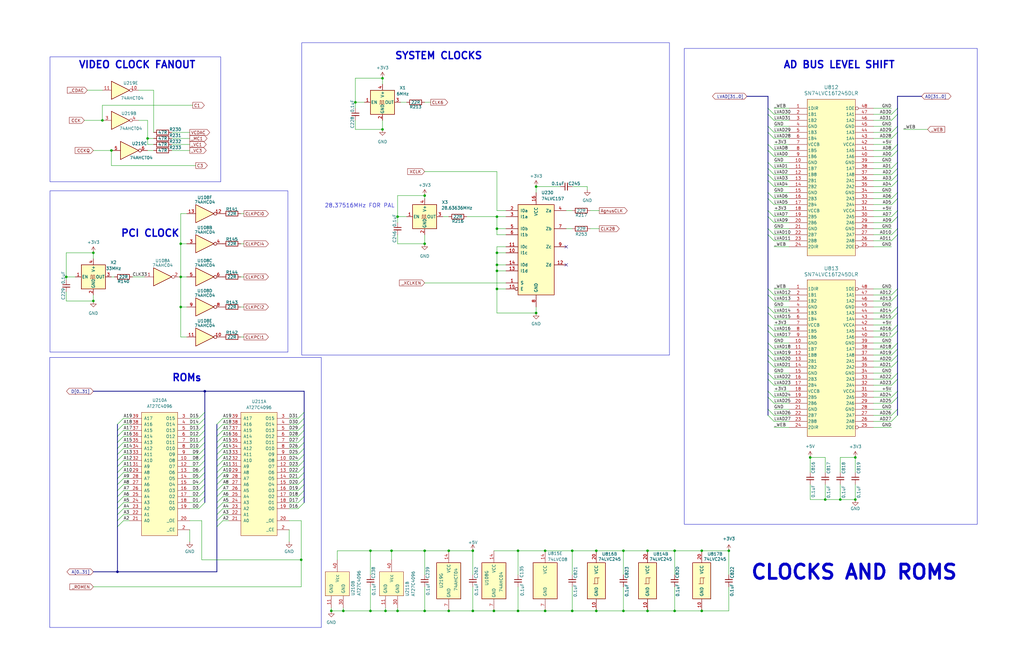
<source format=kicad_sch>
(kicad_sch (version 20231120) (generator "eeschema") (generator_version "8.0")
  (paper "B")
  (title_block (title "AMIGA PCI") (date "2024-10-23") (rev "4.0"))
  (junction (at 241.3 257.81))
  (junction (at 262.89 232.41))
  (junction (at 209.55 121.92))
  (junction (at 179.07 232.41))
  (junction (at 354.33 210.82))
  (junction (at 144.78 257.81))
  (junction (at 241.3 232.41))
  (junction (at 46.99 63.5))
  (junction (at 156.21 257.81))
  (junction (at 360.68 193.04))
  (junction (at 127 236.22))
  (junction (at 49.53 241.3))
  (junction (at 341.63 193.04))
  (junction (at 209.55 96.52))
  (junction (at 218.44 257.81))
  (junction (at 39.37 127))
  (junction (at 189.23 232.41))
  (junction (at 149.86 43.18))
  (junction (at 208.28 257.81))
  (junction (at 209.55 114.3))
  (junction (at 295.91 232.41))
  (junction (at 262.89 257.81))
  (junction (at 251.46 257.81))
  (junction (at 76.2 116.84))
  (junction (at 273.05 257.81))
  (junction (at 209.55 106.68))
  (junction (at 229.87 257.81))
  (junction (at 179.07 102.87))
  (junction (at 295.91 257.81))
  (junction (at 251.46 232.41))
  (junction (at 27.94 116.84))
  (junction (at 39.37 106.68))
  (junction (at 167.64 91.44))
  (junction (at 226.06 78.74))
  (junction (at 360.68 210.82))
  (junction (at 199.39 257.81))
  (junction (at 139.7 257.81))
  (junction (at 161.29 54.61))
  (junction (at 307.34 232.41))
  (junction (at 76.2 102.87))
  (junction (at 162.56 257.81))
  (junction (at 43.18 50.8))
  (junction (at 179.07 257.81))
  (junction (at 284.48 257.81))
  (junction (at 156.21 232.41))
  (junction (at 229.87 232.41))
  (junction (at 226.06 132.08))
  (junction (at 209.55 111.76))
  (junction (at 86.36 165.1))
  (junction (at 218.44 232.41))
  (junction (at 347.98 210.82))
  (junction (at 179.07 82.55))
  (junction (at 165.1 232.41))
  (junction (at 76.2 129.54))
  (junction (at 167.64 257.81))
  (junction (at 199.39 232.41))
  (junction (at 62.23 58.42))
  (junction (at 273.05 232.41))
  (junction (at 161.29 33.02))
  (junction (at 284.48 232.41))
  (junction (at 189.23 257.81))
  (junction (at 209.55 91.44))
  (no_connect (at 238.76 104.14))
  (no_connect (at 238.76 111.76))
  (bus_entry (at 83.82 194.31) (size 2.54 -2.54))
  (bus_entry (at 93.98 214.63) (size -2.54 2.54))
  (bus_entry (at 375.92 48.26) (size 2.54 -2.54))
  (bus_entry (at 326.39 167.64) (size -2.54 -2.54))
  (bus_entry (at 125.73 209.55) (size 2.54 -2.54))
  (bus_entry (at 375.92 139.7) (size 2.54 -2.54))
  (bus_entry (at 93.98 194.31) (size -2.54 2.54))
  (bus_entry (at 83.82 196.85) (size 2.54 -2.54))
  (bus_entry (at 83.82 204.47) (size 2.54 -2.54))
  (bus_entry (at 52.07 207.01) (size -2.54 2.54))
  (bus_entry (at 93.98 207.01) (size -2.54 2.54))
  (bus_entry (at 326.39 124.46) (size -2.54 -2.54))
  (bus_entry (at 52.07 204.47) (size -2.54 2.54))
  (bus_entry (at 326.39 101.6) (size -2.54 -2.54))
  (bus_entry (at 52.07 214.63) (size -2.54 2.54))
  (bus_entry (at 326.39 63.5) (size -2.54 -2.54))
  (bus_entry (at 83.82 181.61) (size 2.54 -2.54))
  (bus_entry (at 93.98 196.85) (size -2.54 2.54))
  (bus_entry (at 375.92 154.94) (size 2.54 -2.54))
  (bus_entry (at 125.73 204.47) (size 2.54 -2.54))
  (bus_entry (at 52.07 184.15) (size -2.54 2.54))
  (bus_entry (at 93.98 186.69) (size -2.54 2.54))
  (bus_entry (at 375.92 66.04) (size 2.54 -2.54))
  (bus_entry (at 375.92 86.36) (size 2.54 -2.54))
  (bus_entry (at 83.82 186.69) (size 2.54 -2.54))
  (bus_entry (at 93.98 189.23) (size -2.54 2.54))
  (bus_entry (at 93.98 212.09) (size -2.54 2.54))
  (bus_entry (at 93.98 201.93) (size -2.54 2.54))
  (bus_entry (at 375.92 160.02) (size 2.54 -2.54))
  (bus_entry (at 375.92 58.42) (size 2.54 -2.54))
  (bus_entry (at 125.73 207.01) (size 2.54 -2.54))
  (bus_entry (at 52.07 191.77) (size -2.54 2.54))
  (bus_entry (at 375.92 55.88) (size 2.54 -2.54))
  (bus_entry (at 83.82 184.15) (size 2.54 -2.54))
  (bus_entry (at 52.07 194.31) (size -2.54 2.54))
  (bus_entry (at 125.73 179.07) (size 2.54 -2.54))
  (bus_entry (at 326.39 149.86) (size -2.54 -2.54))
  (bus_entry (at 52.07 212.09) (size -2.54 2.54))
  (bus_entry (at 326.39 177.8) (size -2.54 -2.54))
  (bus_entry (at 375.92 149.86) (size 2.54 -2.54))
  (bus_entry (at 326.39 175.26) (size -2.54 -2.54))
  (bus_entry (at 83.82 207.01) (size 2.54 -2.54))
  (bus_entry (at 52.07 176.53) (size -2.54 2.54))
  (bus_entry (at 93.98 219.71) (size -2.54 2.54))
  (bus_entry (at 375.92 63.5) (size 2.54 -2.54))
  (bus_entry (at 326.39 154.94) (size -2.54 -2.54))
  (bus_entry (at 326.39 127) (size -2.54 -2.54))
  (bus_entry (at 375.92 93.98) (size 2.54 -2.54))
  (bus_entry (at 326.39 55.88) (size -2.54 -2.54))
  (bus_entry (at 375.92 132.08) (size 2.54 -2.54))
  (bus_entry (at 375.92 71.12) (size 2.54 -2.54))
  (bus_entry (at 326.39 93.98) (size -2.54 -2.54))
  (bus_entry (at 52.07 181.61) (size -2.54 2.54))
  (bus_entry (at 375.92 175.26) (size 2.54 -2.54))
  (bus_entry (at 93.98 179.07) (size -2.54 2.54))
  (bus_entry (at 326.39 76.2) (size -2.54 -2.54))
  (bus_entry (at 83.82 179.07) (size 2.54 -2.54))
  (bus_entry (at 83.82 212.09) (size 2.54 -2.54))
  (bus_entry (at 375.92 78.74) (size 2.54 -2.54))
  (bus_entry (at 375.92 91.44) (size 2.54 -2.54))
  (bus_entry (at 326.39 170.18) (size -2.54 -2.54))
  (bus_entry (at 52.07 219.71) (size -2.54 2.54))
  (bus_entry (at 326.39 78.74) (size -2.54 -2.54))
  (bus_entry (at 125.73 212.09) (size 2.54 -2.54))
  (bus_entry (at 375.92 162.56) (size 2.54 -2.54))
  (bus_entry (at 52.07 196.85) (size -2.54 2.54))
  (bus_entry (at 125.73 186.69) (size 2.54 -2.54))
  (bus_entry (at 375.92 134.62) (size 2.54 -2.54))
  (bus_entry (at 375.92 50.8) (size 2.54 -2.54))
  (bus_entry (at 375.92 152.4) (size 2.54 -2.54))
  (bus_entry (at 52.07 209.55) (size -2.54 2.54))
  (bus_entry (at 125.73 189.23) (size 2.54 -2.54))
  (bus_entry (at 93.98 191.77) (size -2.54 2.54))
  (bus_entry (at 326.39 99.06) (size -2.54 -2.54))
  (bus_entry (at 93.98 217.17) (size -2.54 2.54))
  (bus_entry (at 326.39 147.32) (size -2.54 -2.54))
  (bus_entry (at 83.82 176.53) (size 2.54 -2.54))
  (bus_entry (at 326.39 50.8) (size -2.54 -2.54))
  (bus_entry (at 375.92 177.8) (size 2.54 -2.54))
  (bus_entry (at 326.39 48.26) (size -2.54 -2.54))
  (bus_entry (at 375.92 124.46) (size 2.54 -2.54))
  (bus_entry (at 83.82 191.77) (size 2.54 -2.54))
  (bus_entry (at 326.39 139.7) (size -2.54 -2.54))
  (bus_entry (at 326.39 91.44) (size -2.54 -2.54))
  (bus_entry (at 326.39 152.4) (size -2.54 -2.54))
  (bus_entry (at 326.39 58.42) (size -2.54 -2.54))
  (bus_entry (at 326.39 160.02) (size -2.54 -2.54))
  (bus_entry (at 125.73 214.63) (size 2.54 -2.54))
  (bus_entry (at 93.98 181.61) (size -2.54 2.54))
  (bus_entry (at 375.92 170.18) (size 2.54 -2.54))
  (bus_entry (at 125.73 196.85) (size 2.54 -2.54))
  (bus_entry (at 375.92 142.24) (size 2.54 -2.54))
  (bus_entry (at 375.92 127) (size 2.54 -2.54))
  (bus_entry (at 326.39 162.56) (size -2.54 -2.54))
  (bus_entry (at 125.73 184.15) (size 2.54 -2.54))
  (bus_entry (at 93.98 176.53) (size -2.54 2.54))
  (bus_entry (at 326.39 73.66) (size -2.54 -2.54))
  (bus_entry (at 375.92 101.6) (size 2.54 -2.54))
  (bus_entry (at 326.39 83.82) (size -2.54 -2.54))
  (bus_entry (at 375.92 167.64) (size 2.54 -2.54))
  (bus_entry (at 52.07 189.23) (size -2.54 2.54))
  (bus_entry (at 52.07 201.93) (size -2.54 2.54))
  (bus_entry (at 326.39 71.12) (size -2.54 -2.54))
  (bus_entry (at 83.82 189.23) (size 2.54 -2.54))
  (bus_entry (at 52.07 179.07) (size -2.54 2.54))
  (bus_entry (at 93.98 204.47) (size -2.54 2.54))
  (bus_entry (at 52.07 186.69) (size -2.54 2.54))
  (bus_entry (at 375.92 83.82) (size 2.54 -2.54))
  (bus_entry (at 375.92 99.06) (size 2.54 -2.54))
  (bus_entry (at 326.39 66.04) (size -2.54 -2.54))
  (bus_entry (at 125.73 194.31) (size 2.54 -2.54))
  (bus_entry (at 52.07 217.17) (size -2.54 2.54))
  (bus_entry (at 375.92 76.2) (size 2.54 -2.54))
  (bus_entry (at 125.73 199.39) (size 2.54 -2.54))
  (bus_entry (at 125.73 191.77) (size 2.54 -2.54))
  (bus_entry (at 93.98 184.15) (size -2.54 2.54))
  (bus_entry (at 93.98 209.55) (size -2.54 2.54))
  (bus_entry (at 125.73 181.61) (size 2.54 -2.54))
  (bus_entry (at 83.82 199.39) (size 2.54 -2.54))
  (bus_entry (at 326.39 86.36) (size -2.54 -2.54))
  (bus_entry (at 375.92 147.32) (size 2.54 -2.54))
  (bus_entry (at 375.92 73.66) (size 2.54 -2.54))
  (bus_entry (at 93.98 199.39) (size -2.54 2.54))
  (bus_entry (at 125.73 201.93) (size 2.54 -2.54))
  (bus_entry (at 326.39 134.62) (size -2.54 -2.54))
  (bus_entry (at 326.39 132.08) (size -2.54 -2.54))
  (bus_entry (at 52.07 199.39) (size -2.54 2.54))
  (bus_entry (at 326.39 142.24) (size -2.54 -2.54))
  (bus_entry (at 83.82 201.93) (size 2.54 -2.54))
  (bus_entry (at 125.73 176.53) (size 2.54 -2.54))
  (bus_entry (at 83.82 214.63) (size 2.54 -2.54))
  (bus_entry (at 83.82 209.55) (size 2.54 -2.54))
  (wire (pts (xy 332.74 68.58) (xy 326.39 68.58)))
  (bus (pts (xy 49.53 191.77) (xy 49.53 194.31)))
  (bus (pts (xy 86.36 165.1) (xy 128.27 165.1)))
  (wire (pts (xy 199.39 242.57) (xy 199.39 232.41)))
  (bus (pts (xy 323.85 149.86) (xy 323.85 147.32)))
  (wire (pts (xy 284.48 257.81) (xy 295.91 257.81)))
  (wire (pts (xy 167.64 256.54) (xy 167.64 257.81)))
  (bus (pts (xy 378.46 124.46) (xy 378.46 121.92)))
  (wire (pts (xy 199.39 257.81) (xy 208.28 257.81)))
  (wire (pts (xy 64.77 58.42) (xy 62.23 58.42)))
  (wire (pts (xy 101.6 90.17) (xy 102.87 90.17)))
  (wire (pts (xy 43.18 44.45) (xy 81.28 44.45)))
  (bus (pts (xy 49.53 184.15) (xy 49.53 186.69)))
  (wire (pts (xy 238.76 96.52) (xy 241.3 96.52)))
  (wire (pts (xy 332.74 160.02) (xy 326.39 160.02)))
  (bus (pts (xy 91.44 196.85) (xy 91.44 199.39)))
  (bus (pts (xy 39.37 241.3) (xy 49.53 241.3)))
  (bus (pts (xy 378.46 172.72) (xy 378.46 167.64)))
  (wire (pts (xy 332.74 149.86) (xy 326.39 149.86)))
  (wire (pts (xy 284.48 257.81) (xy 284.48 247.65)))
  (wire (pts (xy 179.07 232.41) (xy 189.23 232.41)))
  (wire (pts (xy 96.52 219.71) (xy 93.98 219.71)))
  (wire (pts (xy 121.92 189.23) (xy 125.73 189.23)))
  (wire (pts (xy 149.86 33.02) (xy 161.29 33.02)))
  (bus (pts (xy 323.85 55.88) (xy 323.85 53.34)))
  (wire (pts (xy 96.52 196.85) (xy 93.98 196.85)))
  (bus (pts (xy 86.36 186.69) (xy 86.36 189.23)))
  (wire (pts (xy 375.92 63.5) (xy 368.3 63.5)))
  (wire (pts (xy 62.23 58.42) (xy 62.23 60.96)))
  (bus (pts (xy 378.46 149.86) (xy 378.46 147.32)))
  (wire (pts (xy 78.74 142.24) (xy 76.2 142.24)))
  (wire (pts (xy 142.24 232.41) (xy 156.21 232.41)))
  (wire (pts (xy 332.74 93.98) (xy 326.39 93.98)))
  (bus (pts (xy 323.85 81.28) (xy 323.85 76.2)))
  (bus (pts (xy 49.53 241.3) (xy 91.44 241.3)))
  (bus (pts (xy 128.27 186.69) (xy 128.27 189.23)))
  (wire (pts (xy 54.61 184.15) (xy 52.07 184.15)))
  (wire (pts (xy 375.92 175.26) (xy 368.3 175.26)))
  (bus (pts (xy 378.46 81.28) (xy 378.46 76.2)))
  (wire (pts (xy 375.92 91.44) (xy 368.3 91.44)))
  (wire (pts (xy 179.07 247.65) (xy 179.07 257.81)))
  (wire (pts (xy 121.92 186.69) (xy 125.73 186.69)))
  (wire (pts (xy 368.3 144.78) (xy 375.92 144.78)))
  (wire (pts (xy 189.23 232.41) (xy 199.39 232.41)))
  (wire (pts (xy 161.29 33.02) (xy 161.29 35.56)))
  (bus (pts (xy 49.53 222.25) (xy 49.53 241.3)))
  (wire (pts (xy 241.3 232.41) (xy 229.87 232.41)))
  (bus (pts (xy 378.46 139.7) (xy 378.46 137.16)))
  (wire (pts (xy 332.74 127) (xy 326.39 127)))
  (wire (pts (xy 341.63 193.04) (xy 347.98 193.04)))
  (wire (pts (xy 332.74 91.44) (xy 326.39 91.44)))
  (wire (pts (xy 101.6 142.24) (xy 102.87 142.24)))
  (wire (pts (xy 332.74 152.4) (xy 326.39 152.4)))
  (wire (pts (xy 368.3 60.96) (xy 375.92 60.96)))
  (wire (pts (xy 78.74 90.17) (xy 76.2 90.17)))
  (bus (pts (xy 49.53 201.93) (xy 49.53 204.47)))
  (wire (pts (xy 80.01 194.31) (xy 83.82 194.31)))
  (wire (pts (xy 332.74 71.12) (xy 326.39 71.12)))
  (wire (pts (xy 80.01 209.55) (xy 83.82 209.55)))
  (wire (pts (xy 368.3 53.34) (xy 375.92 53.34)))
  (wire (pts (xy 209.55 72.39) (xy 179.07 72.39)))
  (bus (pts (xy 49.53 214.63) (xy 49.53 217.17)))
  (bus (pts (xy 378.46 60.96) (xy 378.46 55.88)))
  (wire (pts (xy 368.3 88.9) (xy 375.92 88.9)))
  (wire (pts (xy 332.74 162.56) (xy 326.39 162.56)))
  (wire (pts (xy 332.74 83.82) (xy 326.39 83.82)))
  (wire (pts (xy 39.37 106.68) (xy 39.37 109.22)))
  (wire (pts (xy 375.92 58.42) (xy 368.3 58.42)))
  (bus (pts (xy 91.44 181.61) (xy 91.44 184.15)))
  (wire (pts (xy 218.44 232.41) (xy 229.87 232.41)))
  (bus (pts (xy 128.27 199.39) (xy 128.27 201.93)))
  (wire (pts (xy 186.69 91.44) (xy 189.23 91.44)))
  (wire (pts (xy 252.73 96.52) (xy 248.92 96.52)))
  (wire (pts (xy 96.52 179.07) (xy 93.98 179.07)))
  (bus (pts (xy 128.27 209.55) (xy 128.27 212.09)))
  (wire (pts (xy 121.92 184.15) (xy 125.73 184.15)))
  (wire (pts (xy 209.55 88.9) (xy 213.36 88.9)))
  (wire (pts (xy 162.56 257.81) (xy 167.64 257.81)))
  (bus (pts (xy 128.27 196.85) (xy 128.27 199.39)))
  (wire (pts (xy 31.75 116.84) (xy 27.94 116.84)))
  (wire (pts (xy 368.3 172.72) (xy 375.92 172.72)))
  (wire (pts (xy 332.74 78.74) (xy 326.39 78.74)))
  (bus (pts (xy 128.27 204.47) (xy 128.27 207.01)))
  (bus (pts (xy 378.46 121.92) (xy 378.46 99.06)))
  (bus (pts (xy 378.46 132.08) (xy 378.46 129.54)))
  (wire (pts (xy 332.74 139.7) (xy 326.39 139.7)))
  (wire (pts (xy 27.94 106.68) (xy 39.37 106.68)))
  (wire (pts (xy 332.74 99.06) (xy 326.39 99.06)))
  (wire (pts (xy 209.55 121.92) (xy 209.55 132.08)))
  (wire (pts (xy 332.74 50.8) (xy 326.39 50.8)))
  (wire (pts (xy 80.01 181.61) (xy 83.82 181.61)))
  (wire (pts (xy 121.92 199.39) (xy 125.73 199.39)))
  (bus (pts (xy 323.85 45.72) (xy 323.85 40.64)))
  (wire (pts (xy 307.34 242.57) (xy 307.34 232.41)))
  (wire (pts (xy 218.44 257.81) (xy 229.87 257.81)))
  (bus (pts (xy 378.46 73.66) (xy 378.46 71.12)))
  (wire (pts (xy 368.3 129.54) (xy 375.92 129.54)))
  (wire (pts (xy 80.01 196.85) (xy 83.82 196.85)))
  (wire (pts (xy 332.74 170.18) (xy 326.39 170.18)))
  (wire (pts (xy 171.45 91.44) (xy 167.64 91.44)))
  (wire (pts (xy 153.67 43.18) (xy 149.86 43.18)))
  (wire (pts (xy 121.92 204.47) (xy 125.73 204.47)))
  (wire (pts (xy 273.05 257.81) (xy 284.48 257.81)))
  (wire (pts (xy 179.07 232.41) (xy 179.07 242.57)))
  (wire (pts (xy 39.37 63.5) (xy 46.99 63.5)))
  (wire (pts (xy 43.18 50.8) (xy 43.18 44.45)))
  (wire (pts (xy 96.52 191.77) (xy 93.98 191.77)))
  (bus (pts (xy 378.46 40.64) (xy 388.62 40.64)))
  (wire (pts (xy 209.55 111.76) (xy 209.55 114.3)))
  (wire (pts (xy 27.94 127) (xy 39.37 127)))
  (wire (pts (xy 168.91 43.18) (xy 171.45 43.18)))
  (wire (pts (xy 375.92 134.62) (xy 368.3 134.62)))
  (wire (pts (xy 213.36 104.14) (xy 209.55 104.14)))
  (wire (pts (xy 375.92 76.2) (xy 368.3 76.2)))
  (wire (pts (xy 80.01 204.47) (xy 83.82 204.47)))
  (wire (pts (xy 27.94 116.84) (xy 27.94 106.68)))
  (bus (pts (xy 378.46 147.32) (xy 378.46 144.78)))
  (wire (pts (xy 96.52 189.23) (xy 93.98 189.23)))
  (wire (pts (xy 36.83 38.1) (xy 43.18 38.1)))
  (wire (pts (xy 332.74 45.72) (xy 326.39 45.72)))
  (wire (pts (xy 127 236.22) (xy 127 219.71)))
  (wire (pts (xy 209.55 114.3) (xy 213.36 114.3)))
  (bus (pts (xy 323.85 167.64) (xy 323.85 165.1)))
  (wire (pts (xy 375.92 48.26) (xy 368.3 48.26)))
  (wire (pts (xy 375.92 132.08) (xy 368.3 132.08)))
  (wire (pts (xy 368.3 121.92) (xy 375.92 121.92)))
  (bus (pts (xy 128.27 194.31) (xy 128.27 196.85)))
  (wire (pts (xy 347.98 210.82) (xy 354.33 210.82)))
  (wire (pts (xy 332.74 88.9) (xy 326.39 88.9)))
  (wire (pts (xy 80.01 191.77) (xy 83.82 191.77)))
  (wire (pts (xy 165.1 232.41) (xy 179.07 232.41)))
  (wire (pts (xy 332.74 134.62) (xy 326.39 134.62)))
  (bus (pts (xy 91.44 191.77) (xy 91.44 194.31)))
  (wire (pts (xy 332.74 147.32) (xy 326.39 147.32)))
  (wire (pts (xy 241.3 232.41) (xy 251.46 232.41)))
  (bus (pts (xy 49.53 181.61) (xy 49.53 184.15)))
  (wire (pts (xy 262.89 257.81) (xy 262.89 247.65)))
  (wire (pts (xy 167.64 91.44) (xy 167.64 82.55)))
  (wire (pts (xy 375.92 154.94) (xy 368.3 154.94)))
  (wire (pts (xy 332.74 144.78) (xy 326.39 144.78)))
  (wire (pts (xy 368.3 96.52) (xy 375.92 96.52)))
  (bus (pts (xy 378.46 137.16) (xy 378.46 132.08)))
  (bus (pts (xy 128.27 179.07) (xy 128.27 181.61)))
  (wire (pts (xy 209.55 96.52) (xy 209.55 91.44)))
  (bus (pts (xy 378.46 76.2) (xy 378.46 73.66)))
  (wire (pts (xy 368.3 137.16) (xy 375.92 137.16)))
  (wire (pts (xy 347.98 193.04) (xy 347.98 199.39)))
  (wire (pts (xy 54.61 219.71) (xy 52.07 219.71)))
  (bus (pts (xy 378.46 45.72) (xy 378.46 40.64)))
  (bus (pts (xy 323.85 147.32) (xy 323.85 144.78)))
  (bus (pts (xy 91.44 207.01) (xy 91.44 209.55)))
  (wire (pts (xy 27.94 123.19) (xy 27.94 127)))
  (wire (pts (xy 341.63 210.82) (xy 341.63 204.47)))
  (wire (pts (xy 72.39 55.88) (xy 80.01 55.88)))
  (wire (pts (xy 101.6 129.54) (xy 102.87 129.54)))
  (wire (pts (xy 96.52 194.31) (xy 93.98 194.31)))
  (bus (pts (xy 323.85 96.52) (xy 323.85 91.44)))
  (bus (pts (xy 378.46 160.02) (xy 378.46 157.48)))
  (wire (pts (xy 80.01 223.52) (xy 80.01 228.6)))
  (wire (pts (xy 368.3 104.14) (xy 375.92 104.14)))
  (bus (pts (xy 378.46 129.54) (xy 378.46 124.46)))
  (wire (pts (xy 375.92 83.82) (xy 368.3 83.82)))
  (wire (pts (xy 218.44 247.65) (xy 218.44 257.81)))
  (wire (pts (xy 375.92 162.56) (xy 368.3 162.56)))
  (bus (pts (xy 323.85 68.58) (xy 323.85 63.5)))
  (wire (pts (xy 341.63 199.39) (xy 341.63 193.04)))
  (bus (pts (xy 39.37 165.1) (xy 86.36 165.1)))
  (wire (pts (xy 375.92 78.74) (xy 368.3 78.74)))
  (wire (pts (xy 80.01 214.63) (xy 83.82 214.63)))
  (wire (pts (xy 121.92 176.53) (xy 125.73 176.53)))
  (wire (pts (xy 121.92 219.71) (xy 127 219.71)))
  (wire (pts (xy 332.74 86.36) (xy 326.39 86.36)))
  (wire (pts (xy 156.21 257.81) (xy 162.56 257.81)))
  (wire (pts (xy 332.74 101.6) (xy 326.39 101.6)))
  (wire (pts (xy 80.01 179.07) (xy 83.82 179.07)))
  (wire (pts (xy 354.33 193.04) (xy 354.33 199.39)))
  (wire (pts (xy 199.39 247.65) (xy 199.39 257.81)))
  (bus (pts (xy 378.46 83.82) (xy 378.46 81.28)))
  (wire (pts (xy 72.39 58.42) (xy 80.01 58.42)))
  (bus (pts (xy 323.85 139.7) (xy 323.85 137.16)))
  (wire (pts (xy 262.89 242.57) (xy 262.89 232.41)))
  (bus (pts (xy 378.46 88.9) (xy 378.46 83.82)))
  (wire (pts (xy 121.92 209.55) (xy 125.73 209.55)))
  (wire (pts (xy 149.86 43.18) (xy 149.86 33.02)))
  (bus (pts (xy 323.85 144.78) (xy 323.85 139.7)))
  (wire (pts (xy 80.01 176.53) (xy 83.82 176.53)))
  (wire (pts (xy 262.89 232.41) (xy 251.46 232.41)))
  (bus (pts (xy 86.36 194.31) (xy 86.36 196.85)))
  (wire (pts (xy 96.52 207.01) (xy 93.98 207.01)))
  (wire (pts (xy 76.2 142.24) (xy 76.2 129.54)))
  (wire (pts (xy 80.01 212.09) (xy 83.82 212.09)))
  (wire (pts (xy 76.2 129.54) (xy 76.2 116.84)))
  (wire (pts (xy 96.52 199.39) (xy 93.98 199.39)))
  (bus (pts (xy 323.85 121.92) (xy 323.85 99.06)))
  (wire (pts (xy 121.92 181.61) (xy 125.73 181.61)))
  (wire (pts (xy 375.92 160.02) (xy 368.3 160.02)))
  (wire (pts (xy 96.52 184.15) (xy 93.98 184.15)))
  (wire (pts (xy 58.42 38.1) (xy 64.77 38.1)))
  (wire (pts (xy 54.61 199.39) (xy 52.07 199.39)))
  (wire (pts (xy 55.88 116.84) (xy 60.96 116.84)))
  (bus (pts (xy 86.36 181.61) (xy 86.36 184.15)))
  (wire (pts (xy 360.68 210.82) (xy 360.68 204.47)))
  (wire (pts (xy 54.61 191.77) (xy 52.07 191.77)))
  (bus (pts (xy 378.46 55.88) (xy 378.46 53.34)))
  (bus (pts (xy 49.53 209.55) (xy 49.53 212.09)))
  (wire (pts (xy 332.74 60.96) (xy 326.39 60.96)))
  (bus (pts (xy 128.27 184.15) (xy 128.27 186.69)))
  (wire (pts (xy 149.86 54.61) (xy 161.29 54.61)))
  (wire (pts (xy 241.3 78.74) (xy 247.65 78.74)))
  (bus (pts (xy 49.53 186.69) (xy 49.53 189.23)))
  (wire (pts (xy 375.92 167.64) (xy 368.3 167.64)))
  (wire (pts (xy 139.7 257.81) (xy 144.78 257.81)))
  (wire (pts (xy 62.23 58.42) (xy 62.23 50.8)))
  (bus (pts (xy 49.53 179.07) (xy 49.53 181.61)))
  (wire (pts (xy 375.92 149.86) (xy 368.3 149.86)))
  (wire (pts (xy 209.55 132.08) (xy 226.06 132.08)))
  (wire (pts (xy 80.01 189.23) (xy 83.82 189.23)))
  (bus (pts (xy 323.85 99.06) (xy 323.85 96.52)))
  (wire (pts (xy 226.06 78.74) (xy 236.22 78.74)))
  (wire (pts (xy 165.1 232.41) (xy 165.1 236.22)))
  (wire (pts (xy 179.07 82.55) (xy 179.07 83.82)))
  (wire (pts (xy 72.39 60.96) (xy 80.01 60.96)))
  (wire (pts (xy 332.74 137.16) (xy 326.39 137.16)))
  (wire (pts (xy 54.61 189.23) (xy 52.07 189.23)))
  (wire (pts (xy 332.74 157.48) (xy 326.39 157.48)))
  (wire (pts (xy 209.55 99.06) (xy 209.55 96.52)))
  (bus (pts (xy 91.44 184.15) (xy 91.44 186.69)))
  (wire (pts (xy 226.06 132.08) (xy 226.06 129.54)))
  (wire (pts (xy 241.3 257.81) (xy 251.46 257.81)))
  (wire (pts (xy 332.74 129.54) (xy 326.39 129.54)))
  (wire (pts (xy 80.01 199.39) (xy 83.82 199.39)))
  (bus (pts (xy 86.36 179.07) (xy 86.36 181.61)))
  (wire (pts (xy 96.52 186.69) (xy 93.98 186.69)))
  (wire (pts (xy 332.74 104.14) (xy 326.39 104.14)))
  (wire (pts (xy 332.74 81.28) (xy 326.39 81.28)))
  (wire (pts (xy 375.92 55.88) (xy 368.3 55.88)))
  (bus (pts (xy 323.85 48.26) (xy 323.85 45.72)))
  (bus (pts (xy 323.85 137.16) (xy 323.85 132.08)))
  (wire (pts (xy 54.61 217.17) (xy 52.07 217.17)))
  (wire (pts (xy 375.92 73.66) (xy 368.3 73.66)))
  (wire (pts (xy 167.64 91.44) (xy 167.64 93.98)))
  (wire (pts (xy 284.48 232.41) (xy 273.05 232.41)))
  (bus (pts (xy 91.44 222.25) (xy 91.44 241.3)))
  (wire (pts (xy 332.74 142.24) (xy 326.39 142.24)))
  (bus (pts (xy 128.27 201.93) (xy 128.27 204.47)))
  (wire (pts (xy 96.52 217.17) (xy 93.98 217.17)))
  (bus (pts (xy 91.44 199.39) (xy 91.44 201.93)))
  (wire (pts (xy 54.61 201.93) (xy 52.07 201.93)))
  (wire (pts (xy 80.01 186.69) (xy 83.82 186.69)))
  (wire (pts (xy 167.64 82.55) (xy 179.07 82.55)))
  (bus (pts (xy 323.85 152.4) (xy 323.85 149.86)))
  (bus (pts (xy 323.85 165.1) (xy 323.85 160.02)))
  (wire (pts (xy 179.07 119.38) (xy 213.36 119.38)))
  (wire (pts (xy 251.46 257.81) (xy 262.89 257.81)))
  (wire (pts (xy 121.92 207.01) (xy 125.73 207.01)))
  (bus (pts (xy 378.46 175.26) (xy 378.46 172.72)))
  (bus (pts (xy 323.85 60.96) (xy 323.85 55.88)))
  (bus (pts (xy 323.85 124.46) (xy 323.85 121.92)))
  (bus (pts (xy 323.85 132.08) (xy 323.85 129.54)))
  (wire (pts (xy 167.64 99.06) (xy 167.64 102.87)))
  (wire (pts (xy 121.92 214.63) (xy 125.73 214.63)))
  (bus (pts (xy 49.53 189.23) (xy 49.53 191.77)))
  (wire (pts (xy 375.92 124.46) (xy 368.3 124.46)))
  (wire (pts (xy 375.92 142.24) (xy 368.3 142.24)))
  (bus (pts (xy 378.46 165.1) (xy 378.46 160.02)))
  (bus (pts (xy 49.53 196.85) (xy 49.53 199.39)))
  (wire (pts (xy 179.07 257.81) (xy 189.23 257.81)))
  (bus (pts (xy 49.53 199.39) (xy 49.53 201.93)))
  (bus (pts (xy 86.36 204.47) (xy 86.36 207.01)))
  (bus (pts (xy 86.36 184.15) (xy 86.36 186.69)))
  (wire (pts (xy 241.3 257.81) (xy 241.3 247.65)))
  (wire (pts (xy 96.52 181.61) (xy 93.98 181.61)))
  (bus (pts (xy 378.46 68.58) (xy 378.46 63.5)))
  (wire (pts (xy 375.92 66.04) (xy 368.3 66.04)))
  (bus (pts (xy 49.53 217.17) (xy 49.53 219.71)))
  (wire (pts (xy 332.74 167.64) (xy 326.39 167.64)))
  (bus (pts (xy 49.53 212.09) (xy 49.53 214.63)))
  (wire (pts (xy 375.92 93.98) (xy 368.3 93.98)))
  (bus (pts (xy 49.53 219.71) (xy 49.53 222.25)))
  (bus (pts (xy 86.36 189.23) (xy 86.36 191.77)))
  (wire (pts (xy 332.74 53.34) (xy 326.39 53.34)))
  (bus (pts (xy 378.46 144.78) (xy 378.46 139.7)))
  (wire (pts (xy 96.52 214.63) (xy 93.98 214.63)))
  (wire (pts (xy 54.61 186.69) (xy 52.07 186.69)))
  (bus (pts (xy 323.85 157.48) (xy 323.85 152.4)))
  (wire (pts (xy 46.99 116.84) (xy 48.26 116.84)))
  (bus (pts (xy 86.36 165.1) (xy 86.36 173.99)))
  (wire (pts (xy 360.68 199.39) (xy 360.68 193.04)))
  (wire (pts (xy 209.55 72.39) (xy 209.55 88.9)))
  (bus (pts (xy 49.53 204.47) (xy 49.53 207.01)))
  (bus (pts (xy 91.44 194.31) (xy 91.44 196.85)))
  (wire (pts (xy 332.74 121.92) (xy 326.39 121.92)))
  (bus (pts (xy 323.85 53.34) (xy 323.85 48.26)))
  (wire (pts (xy 368.3 45.72) (xy 375.92 45.72)))
  (bus (pts (xy 86.36 173.99) (xy 86.36 176.53)))
  (wire (pts (xy 354.33 210.82) (xy 360.68 210.82)))
  (wire (pts (xy 209.55 111.76) (xy 213.36 111.76)))
  (wire (pts (xy 218.44 232.41) (xy 218.44 242.57)))
  (wire (pts (xy 121.92 194.31) (xy 125.73 194.31)))
  (wire (pts (xy 332.74 175.26) (xy 326.39 175.26)))
  (wire (pts (xy 72.39 63.5) (xy 80.01 63.5)))
  (wire (pts (xy 46.99 69.85) (xy 46.99 63.5)))
  (bus (pts (xy 378.46 63.5) (xy 378.46 60.96)))
  (bus (pts (xy 128.27 181.61) (xy 128.27 184.15)))
  (bus (pts (xy 323.85 71.12) (xy 323.85 68.58)))
  (wire (pts (xy 332.74 96.52) (xy 326.39 96.52)))
  (bus (pts (xy 323.85 76.2) (xy 323.85 73.66)))
  (bus (pts (xy 86.36 191.77) (xy 86.36 194.31)))
  (wire (pts (xy 332.74 124.46) (xy 326.39 124.46)))
  (bus (pts (xy 91.44 189.23) (xy 91.44 191.77)))
  (wire (pts (xy 85.09 236.22) (xy 127 236.22)))
  (wire (pts (xy 208.28 257.81) (xy 218.44 257.81)))
  (wire (pts (xy 80.01 184.15) (xy 83.82 184.15)))
  (wire (pts (xy 262.89 257.81) (xy 273.05 257.81)))
  (bus (pts (xy 128.27 173.99) (xy 128.27 165.1)))
  (bus (pts (xy 323.85 83.82) (xy 323.85 81.28)))
  (wire (pts (xy 121.92 196.85) (xy 125.73 196.85)))
  (wire (pts (xy 58.42 50.8) (xy 62.23 50.8)))
  (wire (pts (xy 209.55 114.3) (xy 209.55 121.92)))
  (bus (pts (xy 91.44 201.93) (xy 91.44 204.47)))
  (wire (pts (xy 76.2 102.87) (xy 76.2 116.84)))
  (wire (pts (xy 209.55 91.44) (xy 213.36 91.44)))
  (wire (pts (xy 127 247.65) (xy 39.37 247.65)))
  (wire (pts (xy 156.21 232.41) (xy 156.21 242.57)))
  (wire (pts (xy 54.61 194.31) (xy 52.07 194.31)))
  (wire (pts (xy 307.34 257.81) (xy 307.34 247.65)))
  (wire (pts (xy 96.52 212.09) (xy 93.98 212.09)))
  (bus (pts (xy 128.27 176.53) (xy 128.27 179.07)))
  (wire (pts (xy 375.92 71.12) (xy 368.3 71.12)))
  (wire (pts (xy 96.52 204.47) (xy 93.98 204.47)))
  (wire (pts (xy 179.07 99.06) (xy 179.07 102.87)))
  (wire (pts (xy 229.87 257.81) (xy 241.3 257.81)))
  (wire (pts (xy 262.89 232.41) (xy 273.05 232.41)))
  (wire (pts (xy 76.2 116.84) (xy 78.74 116.84)))
  (wire (pts (xy 368.3 180.34) (xy 375.92 180.34)))
  (wire (pts (xy 167.64 257.81) (xy 179.07 257.81)))
  (bus (pts (xy 323.85 175.26) (xy 323.85 172.72)))
  (bus (pts (xy 378.46 157.48) (xy 378.46 152.4)))
  (wire (pts (xy 368.3 165.1) (xy 375.92 165.1)))
  (wire (pts (xy 96.52 176.53) (xy 93.98 176.53)))
  (bus (pts (xy 378.46 53.34) (xy 378.46 48.26)))
  (wire (pts (xy 375.92 177.8) (xy 368.3 177.8)))
  (wire (pts (xy 208.28 232.41) (xy 218.44 232.41)))
  (wire (pts (xy 35.56 50.8) (xy 43.18 50.8)))
  (wire (pts (xy 332.74 63.5) (xy 326.39 63.5)))
  (wire (pts (xy 142.24 232.41) (xy 142.24 236.22)))
  (wire (pts (xy 196.85 91.44) (xy 209.55 91.44)))
  (wire (pts (xy 162.56 256.54) (xy 162.56 257.81)))
  (bus (pts (xy 378.46 99.06) (xy 378.46 96.52)))
  (bus (pts (xy 91.44 204.47) (xy 91.44 207.01)))
  (wire (pts (xy 332.74 165.1) (xy 326.39 165.1)))
  (bus (pts (xy 91.44 217.17) (xy 91.44 219.71)))
  (wire (pts (xy 368.3 157.48) (xy 375.92 157.48)))
  (wire (pts (xy 76.2 90.17) (xy 76.2 102.87)))
  (bus (pts (xy 91.44 219.71) (xy 91.44 222.25)))
  (wire (pts (xy 127 247.65) (xy 127 236.22)))
  (wire (pts (xy 96.52 201.93) (xy 93.98 201.93)))
  (wire (pts (xy 354.33 193.04) (xy 360.68 193.04)))
  (wire (pts (xy 241.3 88.9) (xy 238.76 88.9)))
  (wire (pts (xy 149.86 43.18) (xy 149.86 45.72)))
  (bus (pts (xy 49.53 194.31) (xy 49.53 196.85)))
  (wire (pts (xy 332.74 76.2) (xy 326.39 76.2)))
  (bus (pts (xy 128.27 189.23) (xy 128.27 191.77)))
  (wire (pts (xy 332.74 172.72) (xy 326.39 172.72)))
  (bus (pts (xy 86.36 201.93) (xy 86.36 204.47)))
  (wire (pts (xy 213.36 121.92) (xy 209.55 121.92)))
  (wire (pts (xy 80.01 207.01) (xy 83.82 207.01)))
  (wire (pts (xy 252.73 88.9) (xy 248.92 88.9)))
  (wire (pts (xy 307.34 232.41) (xy 295.91 232.41)))
  (bus (pts (xy 378.46 48.26) (xy 378.46 45.72)))
  (bus (pts (xy 323.85 91.44) (xy 323.85 88.9)))
  (wire (pts (xy 54.61 207.01) (xy 52.07 207.01)))
  (bus (pts (xy 91.44 214.63) (xy 91.44 217.17)))
  (wire (pts (xy 64.77 38.1) (xy 64.77 55.88)))
  (wire (pts (xy 27.94 116.84) (xy 27.94 118.11)))
  (bus (pts (xy 128.27 207.01) (xy 128.27 209.55)))
  (wire (pts (xy 247.65 78.74) (xy 247.65 80.01)))
  (bus (pts (xy 323.85 73.66) (xy 323.85 71.12)))
  (wire (pts (xy 209.55 106.68) (xy 209.55 111.76)))
  (bus (pts (xy 378.46 96.52) (xy 378.46 91.44)))
  (wire (pts (xy 139.7 256.54) (xy 139.7 257.81)))
  (wire (pts (xy 332.74 58.42) (xy 326.39 58.42)))
  (wire (pts (xy 54.61 214.63) (xy 52.07 214.63)))
  (wire (pts (xy 332.74 154.94) (xy 326.39 154.94)))
  (wire (pts (xy 375.92 86.36) (xy 368.3 86.36)))
  (wire (pts (xy 179.07 43.18) (xy 181.61 43.18)))
  (bus (pts (xy 314.96 40.64) (xy 323.85 40.64)))
  (wire (pts (xy 121.92 191.77) (xy 125.73 191.77)))
  (bus (pts (xy 323.85 129.54) (xy 323.85 124.46)))
  (wire (pts (xy 62.23 60.96) (xy 64.77 60.96)))
  (wire (pts (xy 332.74 180.34) (xy 326.39 180.34)))
  (bus (pts (xy 86.36 176.53) (xy 86.36 179.07)))
  (wire (pts (xy 375.92 170.18) (xy 368.3 170.18)))
  (bus (pts (xy 91.44 186.69) (xy 91.44 189.23)))
  (wire (pts (xy 209.55 106.68) (xy 213.36 106.68)))
  (bus (pts (xy 86.36 209.55) (xy 86.36 212.09)))
  (wire (pts (xy 101.6 116.84) (xy 102.87 116.84)))
  (wire (pts (xy 375.92 147.32) (xy 368.3 147.32)))
  (wire (pts (xy 332.74 48.26) (xy 326.39 48.26)))
  (bus (pts (xy 323.85 160.02) (xy 323.85 157.48)))
  (wire (pts (xy 213.36 96.52) (xy 209.55 96.52)))
  (wire (pts (xy 121.92 212.09) (xy 125.73 212.09)))
  (bus (pts (xy 91.44 179.07) (xy 91.44 181.61)))
  (wire (pts (xy 295.91 257.81) (xy 307.34 257.81)))
  (wire (pts (xy 199.39 257.81) (xy 189.23 257.81)))
  (wire (pts (xy 64.77 63.5) (xy 62.23 63.5)))
  (wire (pts (xy 121.92 179.07) (xy 125.73 179.07)))
  (wire (pts (xy 39.37 124.46) (xy 39.37 127)))
  (bus (pts (xy 323.85 63.5) (xy 323.85 60.96)))
  (wire (pts (xy 149.86 50.8) (xy 149.86 54.61)))
  (wire (pts (xy 85.09 219.71) (xy 85.09 236.22)))
  (wire (pts (xy 80.01 219.71) (xy 85.09 219.71)))
  (wire (pts (xy 284.48 232.41) (xy 295.91 232.41)))
  (wire (pts (xy 156.21 232.41) (xy 165.1 232.41)))
  (wire (pts (xy 101.6 102.87) (xy 102.87 102.87)))
  (wire (pts (xy 368.3 68.58) (xy 375.92 68.58)))
  (wire (pts (xy 368.3 81.28) (xy 375.92 81.28)))
  (wire (pts (xy 391.16 54.61) (xy 381 54.61)))
  (wire (pts (xy 54.61 196.85) (xy 52.07 196.85)))
  (bus (pts (xy 378.46 91.44) (xy 378.46 88.9)))
  (wire (pts (xy 161.29 50.8) (xy 161.29 54.61)))
  (wire (pts (xy 375.92 127) (xy 368.3 127)))
  (wire (pts (xy 332.74 177.8) (xy 326.39 177.8)))
  (wire (pts (xy 375.92 139.7) (xy 368.3 139.7)))
  (bus (pts (xy 86.36 207.01) (xy 86.36 209.55)))
  (wire (pts (xy 213.36 99.06) (xy 209.55 99.06)))
  (wire (pts (xy 332.74 73.66) (xy 326.39 73.66)))
  (bus (pts (xy 128.27 173.99) (xy 128.27 176.53)))
  (wire (pts (xy 54.61 209.55) (xy 52.07 209.55)))
  (wire (pts (xy 144.78 257.81) (xy 156.21 257.81)))
  (wire (pts (xy 284.48 242.57) (xy 284.48 232.41)))
  (wire (pts (xy 121.92 201.93) (xy 125.73 201.93)))
  (bus (pts (xy 323.85 172.72) (xy 323.85 167.64)))
  (wire (pts (xy 76.2 129.54) (xy 78.74 129.54)))
  (wire (pts (xy 96.52 209.55) (xy 93.98 209.55)))
  (wire (pts (xy 375.92 50.8) (xy 368.3 50.8)))
  (wire (pts (xy 241.3 242.57) (xy 241.3 232.41)))
  (bus (pts (xy 86.36 199.39) (xy 86.36 201.93)))
  (wire (pts (xy 156.21 247.65) (xy 156.21 257.81)))
  (bus (pts (xy 378.46 167.64) (xy 378.46 165.1)))
  (wire (pts (xy 341.63 210.82) (xy 347.98 210.82)))
  (wire (pts (xy 209.55 104.14) (xy 209.55 106.68)))
  (wire (pts (xy 226.06 78.74) (xy 226.06 81.28)))
  (wire (pts (xy 76.2 102.87) (xy 78.74 102.87)))
  (wire (pts (xy 332.74 66.04) (xy 326.39 66.04)))
  (bus (pts (xy 49.53 207.01) (xy 49.53 209.55)))
  (bus (pts (xy 128.27 191.77) (xy 128.27 194.31)))
  (wire (pts (xy 144.78 256.54) (xy 144.78 257.81)))
  (bus (pts (xy 378.46 152.4) (xy 378.46 149.86)))
  (wire (pts (xy 332.74 55.88) (xy 326.39 55.88)))
  (wire (pts (xy 167.64 102.87) (xy 179.07 102.87)))
  (wire (pts (xy 354.33 204.47) (xy 354.33 210.82)))
  (wire (pts (xy 54.61 181.61) (xy 52.07 181.61)))
  (wire (pts (xy 332.74 132.08) (xy 326.39 132.08)))
  (wire (pts (xy 46.99 69.85) (xy 82.55 69.85)))
  (bus (pts (xy 91.44 209.55) (xy 91.44 212.09)))
  (wire (pts (xy 54.61 179.07) (xy 52.07 179.07)))
  (bus (pts (xy 86.36 196.85) (xy 86.36 199.39)))
  (wire (pts (xy 80.01 201.93) (xy 83.82 201.93)))
  (bus (pts (xy 378.46 71.12) (xy 378.46 68.58)))
  (wire (pts (xy 54.61 204.47) (xy 52.07 204.47)))
  (wire (pts (xy 54.61 176.53) (xy 52.07 176.53)))
  (wire (pts (xy 375.92 101.6) (xy 368.3 101.6)))
  (bus (pts (xy 323.85 88.9) (xy 323.85 83.82)))
  (wire (pts (xy 375.92 99.06) (xy 368.3 99.06)))
  (wire (pts (xy 347.98 204.47) (xy 347.98 210.82)))
  (wire (pts (xy 54.61 212.09) (xy 52.07 212.09)))
  (wire (pts (xy 375.92 152.4) (xy 368.3 152.4)))
  (bus (pts (xy 91.44 212.09) (xy 91.44 214.63)))
  (wire (pts (xy 121.92 223.52) (xy 121.92 228.6)))
  (rectangle (start 21.082 80.518) (end 121.412 148.59))
  (rectangle (start 21.082 24.003) (end 93.091 76.708))
  (rectangle (start 288.544 20.447) (end 412.115 221.234))
  (rectangle (start 127.254 18.034) (end 282.3 149.86))
  (rectangle (start 20.955 150.876) (end 135.509 264.795))
  (text "AD BUS LEVEL SHIFT" (at 330.2 29.21 0) (effects (font (size 3 3) (thickness 0.6) (bold yes)) (justify left bottom)))
  (text "PCI CLOCK" (at 50.8 100.33 0) (effects (font (size 3 3) (thickness 0.6) (bold yes)) (justify left bottom)))
  (text "28.37516MHz FOR PAL" (at 136.906 87.884 0) (effects (font (size 1.7 1.7)) (justify left bottom)))
  (text "SYSTEM CLOCKS" (at 166.37 25.4 0) (effects (font (size 3 3) (thickness 0.6) (bold yes)) (justify left bottom)))
  (text "CLOCKS AND ROMS" (at 316.23 245.11 0) (effects (font (size 6 6) (thickness 1.2) (bold yes)) (justify left bottom)))
  (text "VIDEO CLOCK FANOUT" (at 33.02 29.21 0) (effects (font (size 3 3) (bold yes)) (justify left bottom)))
  (text "ROMs" (at 72.39 161.29 0) (effects (font (size 3 3) (thickness 0.6) (bold yes)) (justify left bottom)))
  (label "D3" (at 83.82 207.01 180))
  (label "GND" (at 375.92 53.34 180))
  (label "A14" (at 52.07 189.23 0))
  (label "A7" (at 93.98 207.01 0))
  (label "D27" (at 125.73 186.69 180))
  (label "GND" (at 375.92 104.14 180))
  (label "LVAD2" (at 326.39 73.66 0))
  (label "D16" (at 125.73 214.63 180))
  (label "GND" (at 375.92 68.58 180))
  (label "D19" (at 125.73 207.01 180))
  (label "LVAD13" (at 326.39 127 0))
  (label "D14" (at 83.82 179.07 180))
  (label "+3V3" (at 326.39 137.16 0))
  (label "A18" (at 52.07 179.07 0))
  (label "LVAD29" (at 326.39 55.88 0))
  (label "LVAD24" (at 326.39 167.64 0))
  (label "+5V" (at 375.92 60.96 180))
  (label "D24" (at 125.73 194.31 180))
  (label "A19" (at 52.07 176.53 0))
  (label "_WEB" (at 326.39 45.72 0))
  (label "AD15" (at 375.92 134.62 180))
  (label "LVAD28" (at 326.39 58.42 0))
  (label "AD2" (at 375.92 73.66 180))
  (label "LVAD17" (at 326.39 142.24 0))
  (label "D22" (at 125.73 199.39 180))
  (label "AD21" (at 375.92 154.94 180))
  (label "GND" (at 326.39 53.34 0))
  (label "D31" (at 125.73 176.53 180))
  (label "A2" (at 93.98 219.71 0))
  (label "A2" (at 52.07 219.71 0))
  (label "A11" (at 52.07 196.85 0))
  (label "+5V" (at 375.92 165.1 180))
  (label "LVAD19" (at 326.39 149.86 0))
  (label "A11" (at 93.98 196.85 0))
  (label "GND" (at 326.39 68.58 0))
  (label "D13" (at 83.82 181.61 180))
  (label "A14" (at 93.98 189.23 0))
  (label "AD18" (at 375.92 147.32 180))
  (label "A3" (at 52.07 217.17 0))
  (label "A3" (at 93.98 217.17 0))
  (label "AD11" (at 375.92 101.6 180))
  (label "A15" (at 93.98 186.69 0))
  (label "LVAD0" (at 326.39 66.04 0))
  (label "GND" (at 375.92 129.54 180))
  (label "D2" (at 83.82 209.55 180))
  (label "A15" (at 52.07 186.69 0))
  (label "AD5" (at 375.92 86.36 180))
  (label "LVAD23" (at 326.39 162.56 0))
  (label "GND" (at 326.39 172.72 0))
  (label "D8" (at 83.82 194.31 180))
  (label "LVAD25" (at 326.39 170.18 0))
  (label "D20" (at 125.73 204.47 180))
  (label "D9" (at 83.82 191.77 180))
  (label "AD19" (at 375.92 149.86 180))
  (label "A6" (at 93.98 209.55 0))
  (label "D15" (at 83.82 176.53 180))
  (label "A16" (at 52.07 184.15 0))
  (label "AD4" (at 375.92 78.74 180))
  (label "LVAD31" (at 326.39 50.8 0))
  (label "AD17" (at 375.92 142.24 180))
  (label "_WEB" (at 326.39 180.34 0))
  (label "A12" (at 93.98 194.31 0))
  (label "AD27" (at 375.92 177.8 180))
  (label "AD26" (at 375.92 175.26 180))
  (label "LVAD26" (at 326.39 175.26 0))
  (label "LVAD4" (at 326.39 78.74 0))
  (label "D5" (at 83.82 201.93 180))
  (label "LVAD3" (at 326.39 76.2 0))
  (label "D26" (at 125.73 189.23 180))
  (label "D23" (at 125.73 196.85 180))
  (label "AD24" (at 375.92 167.64 180))
  (label "LVAD14" (at 326.39 132.08 0))
  (label "A5" (at 93.98 212.09 0))
  (label "AD10" (at 375.92 99.06 180))
  (label "A5" (at 52.07 212.09 0))
  (label "A19" (at 93.98 176.53 0))
  (label "D25" (at 125.73 191.77 180))
  (label "D29" (at 125.73 181.61 180))
  (label "AD8" (at 375.92 63.5 180))
  (label "AD6" (at 375.92 83.82 180))
  (label "LVAD12" (at 326.39 124.46 0))
  (label "+5V" (at 375.92 88.9 180))
  (label "AD13" (at 375.92 127 180))
  (label "_WEB" (at 326.39 121.92 0))
  (label "LVAD20" (at 326.39 152.4 0))
  (label "GND" (at 326.39 157.48 0))
  (label "LVAD5" (at 326.39 86.36 0))
  (label "A10" (at 93.98 199.39 0))
  (label "GND" (at 375.92 121.92 180))
  (label "GND" (at 375.92 81.28 180))
  (label "_WEB" (at 381 54.61 0))
  (label "LVAD15" (at 326.39 134.62 0))
  (label "LVAD7" (at 326.39 91.44 0))
  (label "GND" (at 326.39 96.52 0))
  (label "AD9" (at 375.92 93.98 180))
  (label "AD3" (at 375.92 76.2 180))
  (label "GND" (at 375.92 45.72 180))
  (label "A13" (at 93.98 191.77 0))
  (label "A18" (at 93.98 179.07 0))
  (label "LVAD8" (at 326.39 63.5 0))
  (label "AD20" (at 375.92 152.4 180))
  (label "LVAD9" (at 326.39 93.98 0))
  (label "A8" (at 52.07 204.47 0))
  (label "LVAD30" (at 326.39 48.26 0))
  (label "CLK33" (at 55.88 116.84 0))
  (label "D11" (at 83.82 186.69 180))
  (label "AD25" (at 375.92 170.18 180))
  (label "LVAD22" (at 326.39 160.02 0))
  (label "LVAD1" (at 326.39 71.12 0))
  (label "D12" (at 83.82 184.15 180))
  (label "_WEB" (at 326.39 104.14 0))
  (label "A4" (at 52.07 214.63 0))
  (label "D28" (at 125.73 184.15 180))
  (label "GND" (at 375.92 172.72 180))
  (label "D1" (at 83.82 212.09 180))
  (label "A4" (at 93.98 214.63 0))
  (label "GND" (at 326.39 129.54 0))
  (label "AD14" (at 375.92 132.08 180))
  (label "AD28" (at 375.92 58.42 180))
  (label "AD7" (at 375.92 91.44 180))
  (label "LVAD6" (at 326.39 83.82 0))
  (label "GND" (at 375.92 180.34 180))
  (label "A17" (at 52.07 181.61 0))
  (label "A17" (at 93.98 181.61 0))
  (label "LVAD27" (at 326.39 177.8 0))
  (label "GND" (at 326.39 81.28 0))
  (label "AD16" (at 375.92 139.7 180))
  (label "+3V3" (at 326.39 60.96 0))
  (label "D10" (at 83.82 189.23 180))
  (label "LVAD18" (at 326.39 147.32 0))
  (label "AD0" (at 375.92 66.04 180))
  (label "AD30" (at 375.92 48.26 180))
  (label "A13" (at 52.07 191.77 0))
  (label "GND" (at 375.92 96.52 180))
  (label "AD22" (at 375.92 160.02 180))
  (label "D17" (at 125.73 212.09 180))
  (label "+3V3" (at 326.39 88.9 0))
  (label "AD12" (at 375.92 124.46 180))
  (label "D30" (at 125.73 179.07 180))
  (label "GND" (at 326.39 144.78 0))
  (label "D6" (at 83.82 199.39 180))
  (label "D21" (at 125.73 201.93 180))
  (label "A7" (at 52.07 207.01 0))
  (label "AD29" (at 375.92 55.88 180))
  (label "LVAD11" (at 326.39 101.6 0))
  (label "AD23" (at 375.92 162.56 180))
  (label "LVAD10" (at 326.39 99.06 0))
  (label "A9" (at 93.98 201.93 0))
  (label "D0" (at 83.82 214.63 180))
  (label "A8" (at 93.98 204.47 0))
  (label "A6" (at 52.07 209.55 0))
  (label "GND" (at 375.92 157.48 180))
  (label "GND" (at 375.92 144.78 180))
  (label "D18" (at 125.73 209.55 180))
  (label "AD1" (at 375.92 71.12 180))
  (label "AD31" (at 375.92 50.8 180))
  (label "D4" (at 83.82 204.47 180))
  (label "A12" (at 52.07 194.31 0))
  (label "A16" (at 93.98 184.15 0))
  (label "D7" (at 83.82 196.85 180))
  (label "+5V" (at 375.92 137.16 180))
  (label "LVAD21" (at 326.39 154.94 0))
  (label "+3V3" (at 326.39 165.1 0))
  (label "A9" (at 52.07 201.93 0))
  (label "A10" (at 52.07 199.39 0))
  (label "LVAD16" (at 326.39 139.7 0))
  (global_label "C1" (shape output) (at 81.28 44.45 0) (property "Intersheetrefs" "${INTERSHEET_REFS}" (at 86.6653 44.45 0) (effects (justify left))))
  (global_label "LVAD[31..0]" (shape bidirectional) (at 314.96 40.64 180) (property "Intersheetrefs" "${INTERSHEET_REFS}" (at 299.8567 40.64 0) (effects (justify right))))
  (global_label "_XCLKEN" (shape input) (at 179.07 119.38 180) (property "Intersheetrefs" "${INTERSHEET_REFS}" (at 167.9395 119.38 0) (effects (justify right))))
  (global_label "XCLK" (shape input) (at 179.07 72.39 180) (property "Intersheetrefs" "${INTERSHEET_REFS}" (at 171.3866 72.39 0) (effects (justify right))))
  (global_label "CCK" (shape input) (at 35.56 50.8 180) (effects (font (size 1.2954 1.2954))) (property "Intersheetrefs" "${INTERSHEET_REFS}" (at 28.7104 50.8 0) (effects (justify right))))
  (global_label "_MC1" (shape output) (at 80.01 58.42 0) (property "Intersheetrefs" "${INTERSHEET_REFS}" (at 87.8143 58.42 0) (effects (justify left))))
  (global_label "_ROMEN" (shape input) (at 39.37 247.65 180) (property "Intersheetrefs" "${INTERSHEET_REFS}" (at 28.8858 247.65 0) (effects (justify right))))
  (global_label "CLKPCI4" (shape output) (at 102.87 102.87 0) (property "Intersheetrefs" "${INTERSHEET_REFS}" (at 113.6982 102.87 0) (effects (justify left))))
  (global_label "_VC1" (shape output) (at 80.01 60.96 0) (property "Intersheetrefs" "${INTERSHEET_REFS}" (at 87.4515 60.96 0) (effects (justify left))))
  (global_label "D[0..31]" (shape bidirectional) (at 39.37 165.1 180) (property "Intersheetrefs" "${INTERSHEET_REFS}" (at 45.085 162.179 0) (effects (justify right))))
  (global_label "CLKPCI2" (shape output) (at 102.87 129.54 0) (property "Intersheetrefs" "${INTERSHEET_REFS}" (at 113.6982 129.54 0) (effects (justify left))))
  (global_label "VCDAC" (shape output) (at 80.01 55.88 0) (property "Intersheetrefs" "${INTERSHEET_REFS}" (at 88.903 55.88 0) (effects (justify left))))
  (global_label "CLKPCI1" (shape output) (at 102.87 142.24 0) (property "Intersheetrefs" "${INTERSHEET_REFS}" (at 113.6982 142.24 0) (effects (justify left))))
  (global_label "CLK6" (shape output) (at 181.61 43.18 0) (property "Intersheetrefs" "${INTERSHEET_REFS}" (at 189.3728 43.18 0) (effects (justify left))))
  (global_label "_CDAC" (shape input) (at 36.83 38.1 180) (effects (font (size 1.2954 1.2954))) (property "Intersheetrefs" "${INTERSHEET_REFS}" (at 27.8831 38.1 0) (effects (justify right))))
  (global_label "CLKPCI3" (shape output) (at 102.87 116.84 0) (property "Intersheetrefs" "${INTERSHEET_REFS}" (at 113.6982 116.84 0) (effects (justify left))))
  (global_label "CLK28" (shape output) (at 252.73 96.52 0) (property "Intersheetrefs" "${INTERSHEET_REFS}" (at 261.7023 96.52 0) (effects (justify left))))
  (global_label "AgnusCLK" (shape output) (at 252.73 88.9 0) (effects (font (size 1.2954 1.2954))) (property "Intersheetrefs" "${INTERSHEET_REFS}" (at 265.0079 88.9 0) (effects (justify left))))
  (global_label "_VC3" (shape output) (at 80.01 63.5 0) (property "Intersheetrefs" "${INTERSHEET_REFS}" (at 87.4515 63.5 0) (effects (justify left))))
  (global_label "CCKQ" (shape input) (at 39.37 63.5 180) (effects (font (size 1.2954 1.2954))) (property "Intersheetrefs" "${INTERSHEET_REFS}" (at 31.1633 63.5 0) (effects (justify right))))
  (global_label "A[0..31]" (shape bidirectional) (at 39.37 241.3 180) (property "Intersheetrefs" "${INTERSHEET_REFS}" (at 42.418 238.125 0) (effects (justify right))))
  (global_label "C3" (shape output) (at 82.55 69.85 0) (property "Intersheetrefs" "${INTERSHEET_REFS}" (at 87.9353 69.85 0) (effects (justify left))))
  (global_label "_WEB" (shape input) (at 391.16 54.61 0) (property "Intersheetrefs" "${INTERSHEET_REFS}" (at 391.414 51.816 0) (effects (justify left))))
  (global_label "AD[31..0]" (shape bidirectional) (at 388.62 40.64 0) (property "Intersheetrefs" "${INTERSHEET_REFS}" (at 400.7176 43.053 0) (effects (justify left))))
  (global_label "CLKPCI0" (shape output) (at 102.87 90.17 0) (property "Intersheetrefs" "${INTERSHEET_REFS}" (at 113.6982 90.17 0) (effects (justify left))))
  (symbol (lib_id "Device:C_Small") (at 241.3 245.11 180) (unit 1)
    (property "Reference" "C821" (at 242.697 239.014 90) (effects (justify left)))
    (property "Value" "0.1uF" (at 242.57 246.507 90) (effects (justify left)))
    (property "Footprint" "Capacitor_SMD:C_0603_1608Metric" (effects (hide yes)))
  )
  (symbol (lib_id "Device:R") (at 175.26 43.18 270) (mirror x) (unit 1)
    (property "Reference" "R213" (at 175.26 45.085 90))
    (property "Value" "22R" (at 175.26 43.18 90))
    (property "Footprint" "Resistor_SMD:R_0603_1608Metric" (effects (hide yes)))
  )
  (symbol (lib_id "Device:C_Small") (at 360.68 201.93 0) (unit 1)
    (property "Reference" "C819" (at 362.077 200.025 90) (effects (justify left)))
    (property "Value" "0.1uF" (at 362.077 210.312 90) (effects (justify left)))
    (property "Footprint" "Capacitor_SMD:C_0603_1608Metric" (effects (hide yes)))
  )
  (symbol (lib_id "74xx:74LS08") (at 229.87 245.11 0) (unit 5)
    (property "Reference" "U815" (at 230.886 233.553 0) (effects (justify left)))
    (property "Value" "74LVC08" (at 230.886 236.093 0) (effects (justify left)))
    (property "Footprint" "Package_SO:TSSOP-14_4.4x5mm_P0.65mm" (effects (hide yes)))
    (property "Datasheet" "http://www.ti.com/lit/gpn/sn74LS08" (effects (hide yes)))
  )
  (symbol (lib_id "Device:C_Small") (at 149.86 48.26 0) (mirror y) (unit 1)
    (property "Reference" "C228" (at 148.59 54.229 90) (effects (justify left)))
    (property "Value" "0.1uF" (at 148.59 47.498 90) (effects (justify left)))
    (property "Footprint" "Capacitor_SMD:C_0603_1608Metric" (effects (hide yes)))
  )
  (symbol (lib_id "Device:C_Small") (at 156.21 245.11 0) (unit 1)
    (property "Reference" "C238" (at 157.48 244.221 90) (effects (justify left)))
    (property "Value" "0.1uF" (at 157.607 251.333 90) (effects (justify left)))
    (property "Footprint" "Capacitor_SMD:C_0603_1608Metric" (effects (hide yes)))
    (instances (project "AmigaPCI Mainboard" (path "" (reference "C238") (unit 1))) (project "2000ATX" (path "" (reference "C918") (unit 1))))
  )
  (symbol (lib_id "Device:C_Small") (at 238.76 78.74 90) (unit 1)
    (property "Reference" "C245" (at 244.729 77.47 90) (effects (justify left)))
    (property "Value" "0.1uF" (at 237.998 77.47 90) (effects (justify left)))
    (property "Footprint" "Capacitor_SMD:C_0603_1608Metric" (effects (hide yes)))
  )
  (symbol (lib_id "AmigaPCI-Symbols:74LVC245") (at 251.46 245.11 0) (unit 2)
    (property "Reference" "U816" (at 257.048 233.807 0))
    (property "Value" "74LVC245" (at 257.048 235.966 0))
    (property "Footprint" "Package_SO:TSSOP-20_4.4x6.5mm_P0.65mm" (effects (hide yes)))
    (property "Datasheet" "http://www.ti.com/lit/gpn/sn74LS245" (effects (hide yes)))
  )
  (symbol (lib_id "AmigaPCI-Symbols:74LVC245") (at 273.05 245.11 0) (unit 2)
    (property "Reference" "U814" (at 278.638 233.807 0))
    (property "Value" "74LVC245" (at 278.638 235.966 0))
    (property "Footprint" "Package_SO:TSSOP-20_4.4x6.5mm_P0.65mm" (effects (hide yes)))
    (property "Datasheet" "http://www.ti.com/lit/gpn/sn74LS245" (effects (hide yes)))
  )
  (symbol (lib_id "power:GND") (at 226.06 132.08 0) (unit 1)
    (property "Reference" "#PWR0330" (effects (hide yes)))
    (property "Value" "GND" (at 226.06 136.652 0))
  )
  (symbol (lib_id "power:+5V") (at 199.39 232.41 0) (unit 1)
    (property "Reference" "#PWR020" (effects (hide yes)))
    (property "Value" "+5V" (at 199.39 228.9081 0))
  )
  (symbol (lib_id "Device:C_Small") (at 284.48 245.11 180) (unit 1)
    (property "Reference" "C820" (at 285.623 238.9632 90) (effects (justify left)))
    (property "Value" "0.1uF" (at 285.75 246.3292 90) (effects (justify left)))
    (property "Footprint" "Capacitor_SMD:C_0603_1608Metric" (effects (hide yes)))
  )
  (symbol (lib_id "Device:C_Small") (at 347.98 201.93 0) (unit 1)
    (property "Reference" "C817" (at 349.377 200.025 90) (effects (justify left)))
    (property "Value" "0.1uF" (at 349.377 210.312 90) (effects (justify left)))
    (property "Footprint" "Capacitor_SMD:C_0603_1608Metric" (effects (hide yes)))
  )
  (symbol (lib_id "power:+3V3") (at 179.07 82.55 0) (unit 1)
    (property "Reference" "#PWR028" (effects (hide yes)))
    (property "Value" "+3V3" (at 179.07 78.105 0))
  )
  (symbol (lib_id "Device:C_Small") (at 218.44 245.11 0) (unit 1)
    (property "Reference" "C135" (at 219.964 243.84 90) (effects (justify left)))
    (property "Value" "0.1uF" (at 220.218 251.587 90) (effects (justify left)))
    (property "Footprint" "Capacitor_SMD:C_0603_1608Metric" (effects (hide yes)))
    (instances (project "AmigaPCI Mainboard" (path "" (reference "C135") (unit 1))) (project "2000ATX" (path "" (reference "C918") (unit 1))))
  )
  (symbol (lib_id "Device:R") (at 245.11 96.52 270) (mirror x) (unit 1)
    (property "Reference" "R253" (at 245.11 98.806 90))
    (property "Value" "22R" (at 245.11 96.52 90))
    (property "Footprint" "Resistor_SMD:R_0603_1608Metric" (effects (hide yes)))
  )
  (symbol (lib_id "Device:R") (at 68.58 55.88 270) (unit 1)
    (property "Reference" "R230" (at 73.914 54.61 90))
    (property "Value" "47R" (at 68.58 55.88 90))
    (property "Footprint" "Resistor_SMD:R_0603_1608Metric" (effects (hide yes)))
  )
  (symbol (lib_id "Device:R") (at 193.04 91.44 270) (mirror x) (unit 1)
    (property "Reference" "R216" (at 193.04 93.345 90))
    (property "Value" "22R" (at 193.04 91.44 90))
    (property "Footprint" "Resistor_SMD:R_0603_1608Metric" (effects (hide yes)))
  )
  (symbol (lib_id "Device:R") (at 97.79 116.84 270) (unit 1)
    (property "Reference" "R144" (at 97.79 114.935 90))
    (property "Value" "22R" (at 97.79 116.84 90))
    (property "Footprint" "Resistor_SMD:R_0603_1608Metric" (effects (hide yes)))
  )
  (symbol (lib_id "74xx:74LS04") (at 86.36 129.54 0) (unit 4)
    (property "Reference" "U108" (at 86.36 122.7201 0))
    (property "Value" "74AHC04" (at 86.36 124.6411 0))
    (property "Footprint" "Package_SO:TSSOP-14_4.4x5mm_P0.65mm" (effects (hide yes)))
    (property "Datasheet" "http://www.ti.com/lit/gpn/sn74LS04" (effects (hide yes)))
  )
  (symbol (lib_id "Device:C_Small") (at 262.89 245.11 180) (unit 1)
    (property "Reference" "C823" (at 264.287 239.014 90) (effects (justify left)))
    (property "Value" "0.1uF" (at 264.287 246.38 90) (effects (justify left)))
    (property "Footprint" "Capacitor_SMD:C_0603_1608Metric" (effects (hide yes)))
  )
  (symbol (lib_id "power:GND") (at 139.7 257.81 0) (unit 1)
    (property "Reference" "#PWR0351" (effects (hide yes)))
    (property "Value" "GND" (at 139.7 262.636 0))
  )
  (symbol (lib_id "Device:R") (at 97.79 129.54 270) (unit 1)
    (property "Reference" "R143" (at 97.79 127.635 90))
    (property "Value" "22R" (at 97.79 129.54 90))
    (property "Footprint" "Resistor_SMD:R_0603_1608Metric" (effects (hide yes)))
  )
  (symbol (lib_id "Device:C_Small") (at 341.63 201.93 0) (unit 1)
    (property "Reference" "C816" (at 342.9 199.898 90) (effects (justify left)))
    (property "Value" "0.1uF" (at 342.9 210.058 90) (effects (justify left)))
    (property "Footprint" "Capacitor_SMD:C_0603_1608Metric" (effects (hide yes)))
  )
  (symbol (lib_id "74xx:74LS04") (at 86.36 142.24 0) (unit 5)
    (property "Reference" "U108" (at 86.36 135.4201 0))
    (property "Value" "74AHC04" (at 86.36 137.3411 0))
    (property "Footprint" "Package_SO:TSSOP-14_4.4x5mm_P0.65mm" (effects (hide yes)))
    (property "Datasheet" "http://www.ti.com/lit/gpn/sn74LS04" (effects (hide yes)))
  )
  (symbol (lib_id "power:+5V") (at 341.63 193.04 0) (unit 1)
    (property "Reference" "#PWR0339" (effects (hide yes)))
    (property "Value" "+5V" (at 341.63 188.341 0))
  )
  (symbol (lib_id "74xx:74LS157") (at 226.06 104.14 0) (unit 1)
    (property "Reference" "U230" (at 228.2541 81.28 0) (effects (justify left)))
    (property "Value" "74LVC157" (at 228.2541 83.82 0) (effects (justify left)))
    (property "Footprint" "Package_SO:TSSOP-16_4.4x5mm_P0.65mm" (effects (hide yes)))
    (property "Datasheet" "http://www.ti.com/lit/gpn/sn74LS157" (effects (hide yes)))
    (property "Description" "Quad 2 to 1 line Multiplexer" (effects (hide yes)))
  )
  (symbol (lib_id "Device:R") (at 245.11 88.9 270) (mirror x) (unit 1)
    (property "Reference" "R217" (at 245.11 90.805 90))
    (property "Value" "22R" (at 245.11 88.9 90))
    (property "Footprint" "Resistor_SMD:R_0603_1608Metric" (effects (hide yes)))
  )
  (symbol (lib_id "Device:R") (at 68.58 60.96 270) (unit 1)
    (property "Reference" "R232" (at 73.914 59.69 90))
    (property "Value" "47R" (at 68.58 60.96 90))
    (property "Footprint" "Resistor_SMD:R_0603_1608Metric" (effects (hide yes)))
  )
  (symbol (lib_id "74xx:74LS04") (at 189.23 245.11 0) (unit 7)
    (property "Reference" "U219" (at 186.055 248.285 90) (effects (justify left)))
    (property "Value" "74AHCT04" (at 192.278 249.428 90) (effects (justify left)))
    (property "Footprint" "Package_SO:TSSOP-14_4.4x5mm_P0.65mm" (effects (hide yes)))
    (property "Datasheet" "http://www.ti.com/lit/gpn/sn74LS04" (effects (hide yes)))
    (instances (project "AmigaPCI Mainboard" (path "" (reference "U219") (unit 7))) (project "2000ATX" (path "" (reference "U107") (unit 7))))
  )
  (symbol (lib_id "Device:C_Small") (at 27.94 120.65 0) (mirror y) (unit 1)
    (property "Reference" "C229" (at 26.67 126.619 90) (effects (justify left)))
    (property "Value" "0.1uF" (at 26.67 119.888 90) (effects (justify left)))
    (property "Footprint" "Capacitor_SMD:C_0603_1608Metric" (effects (hide yes)))
  )
  (symbol (lib_id "Device:C_Small") (at 199.39 245.11 0) (unit 1)
    (property "Reference" "C262" (at 200.787 244.221 90) (effects (justify left)))
    (property "Value" "0.1uF" (at 200.914 251.46 90) (effects (justify left)))
    (property "Footprint" "Capacitor_SMD:C_0603_1608Metric" (effects (hide yes)))
    (instances (project "AmigaPCI Mainboard" (path "" (reference "C262") (unit 1))) (project "2000ATX" (path "" (reference "C107") (unit 1))))
  )
  (symbol (lib_id "74xx:74LS04") (at 54.61 63.5 0) (unit 3)
    (property "Reference" "U219" (at 58.801 60.579 0))
    (property "Value" "74AHCT04" (at 59.563 66.548 0))
    (property "Footprint" "Package_SO:TSSOP-14_4.4x5mm_P0.65mm" (effects (hide yes)))
    (property "Datasheet" "http://www.ti.com/lit/gpn/sn74LS04" (effects (hide yes)))
    (instances (project "AmigaPCI Mainboard" (path "" (reference "U219") (unit 3))) (project "2000ATX" (path "" (reference "U107") (unit 3))))
  )
  (symbol (lib_id "74xx:74LS04") (at 208.28 245.11 0) (unit 7)
    (property "Reference" "U108" (at 205.232 247.142 90) (effects (justify left)))
    (property "Value" "74AHC04" (at 211.328 249.936 90) (effects (justify left)))
    (property "Footprint" "Package_SO:TSSOP-14_4.4x5mm_P0.65mm" (effects (hide yes)))
    (property "Datasheet" "http://www.ti.com/lit/gpn/sn74LS04" (effects (hide yes)))
  )
  (symbol (lib_id "AmigaPCI-Symbols:AT27C4096") (at 67.31 194.31 0) (unit 1)
    (property "Reference" "U210" (at 67.31 168.91 0))
    (property "Value" "AT27C4096" (at 67.31 171.45 0))
    (property "Footprint" "Package_DIP:DIP-40_W15.24mm_Socket" (effects (hide yes)))
  )
  (symbol (lib_id "AmigaPCI-Symbols:AT27C4096") (at 165.1 246.38 0) (unit 2)
    (property "Reference" "U211" (at 171.704 251.714 90) (effects (justify left)))
    (property "Value" "AT27C4096" (at 174.244 251.714 90) (effects (justify left)))
    (property "Footprint" "Package_DIP:DIP-40_W15.24mm_Socket" (effects (hide yes)))
  )
  (symbol (lib_id "AmigaPCI-Symbols:74LVC245") (at 295.91 245.11 0) (unit 2)
    (property "Reference" "U817" (at 301.498 233.807 0))
    (property "Value" "74LVC245" (at 301.498 235.966 0))
    (property "Footprint" "Package_SO:TSSOP-20_4.4x6.5mm_P0.65mm" (effects (hide yes)))
    (property "Datasheet" "http://www.ti.com/lit/gpn/sn74LS245" (effects (hide yes)))
  )
  (symbol (lib_id "Device:R") (at 97.79 90.17 270) (unit 1)
    (property "Reference" "R141" (at 97.79 88.265 90))
    (property "Value" "22R" (at 97.79 90.17 90))
    (property "Footprint" "Resistor_SMD:R_0603_1608Metric" (effects (hide yes)))
  )
  (symbol (lib_id "74xx:74LS04") (at 86.36 116.84 0) (unit 3)
    (property "Reference" "U108" (at 86.36 110.0201 0))
    (property "Value" "74AHC04" (at 86.36 111.9411 0))
    (property "Footprint" "Package_SO:TSSOP-14_4.4x5mm_P0.65mm" (effects (hide yes)))
    (property "Datasheet" "http://www.ti.com/lit/gpn/sn74LS04" (effects (hide yes)))
  )
  (symbol (lib_id "74xx:74LS04") (at 86.36 102.87 0) (unit 2)
    (property "Reference" "U108" (at 86.36 96.0501 0))
    (property "Value" "74AHC04" (at 86.36 97.9711 0))
    (property "Footprint" "Package_SO:TSSOP-14_4.4x5mm_P0.65mm" (effects (hide yes)))
    (property "Datasheet" "http://www.ti.com/lit/gpn/sn74LS04" (effects (hide yes)))
  )
  (symbol (lib_id "AmigaPCI-Symbols:SN74LVC16T245DLR") (at 350.52 73.66 0) (unit 1)
    (property "Reference" "U812" (at 350.52 36.83 0) (effects (font (size 1.524 1.524))))
    (property "Value" "SN74LVC16T245DLR" (at 350.52 39.37 0) (effects (font (size 1.524 1.524))))
    (property "Footprint" "AmigaPCI:48-BSSOP" (effects (hide yes)))
    (property "Datasheet" "SN74LVC16T245DLR" (effects (hide yes)))
  )
  (symbol (lib_id "power:+3V3") (at 226.06 78.74 0) (unit 1)
    (property "Reference" "#PWR03" (effects (hide yes)))
    (property "Value" "+3V3" (at 226.06 74.295 0))
  )
  (symbol (lib_id "power:GND") (at 121.92 228.6 0) (unit 1)
    (property "Reference" "#PWR0121" (effects (hide yes)))
    (property "Value" "GND" (at 121.92 232.7355 0))
  )
  (symbol (lib_id "power:GND") (at 80.01 228.6 0) (unit 1)
    (property "Reference" "#PWR089" (effects (hide yes)))
    (property "Value" "GND" (at 80.01 232.7355 0))
  )
  (symbol (lib_id "power:GND") (at 247.65 80.01 0) (unit 1)
    (property "Reference" "#PWR037" (effects (hide yes)))
    (property "Value" "GND" (at 247.65 84.582 0))
  )
  (symbol (lib_id "Device:R") (at 68.58 63.5 270) (unit 1)
    (property "Reference" "R233" (at 73.914 62.23 90))
    (property "Value" "47R" (at 68.58 63.5 90))
    (property "Footprint" "Resistor_SMD:R_0603_1608Metric" (effects (hide yes)))
  )
  (symbol (lib_id "Device:C_Small") (at 167.64 96.52 0) (mirror y) (unit 1)
    (property "Reference" "C246" (at 166.37 102.489 90) (effects (justify left)))
    (property "Value" "0.1uF" (at 166.37 95.758 90) (effects (justify left)))
    (property "Footprint" "Capacitor_SMD:C_0603_1608Metric" (effects (hide yes)))
  )
  (symbol (lib_id "power:+3V3") (at 39.37 106.68 0) (unit 1)
    (property "Reference" "#PWR0300" (effects (hide yes)))
    (property "Value" "+3V3" (at 39.37 102.235 0))
  )
  (symbol (lib_id "AmigaPCI-Symbols:AT27C4096") (at 109.22 194.31 0) (unit 1)
    (property "Reference" "U211" (at 109.22 169.418 0))
    (property "Value" "AT27C4096" (at 109.22 171.958 0))
    (property "Footprint" "Package_DIP:DIP-40_W15.24mm_Socket" (effects (hide yes)))
  )
  (symbol (lib_id "Device:R") (at 52.07 116.84 270) (mirror x) (unit 1)
    (property "Reference" "R140" (at 52.07 118.745 90))
    (property "Value" "22R" (at 52.07 116.84 90))
    (property "Footprint" "Resistor_SMD:R_0603_1608Metric" (effects (hide yes)))
  )
  (symbol (lib_id "74xx:74LS04") (at 86.36 90.17 0) (unit 6)
    (property "Reference" "U108" (at 86.36 83.3501 0))
    (property "Value" "74AHC04" (at 86.36 85.2711 0))
    (property "Footprint" "Package_SO:TSSOP-14_4.4x5mm_P0.65mm" (effects (hide yes)))
    (property "Datasheet" "http://www.ti.com/lit/gpn/sn74LS04" (effects (hide yes)))
  )
  (symbol (lib_id "Device:C_Small") (at 307.34 245.11 180) (unit 1)
    (property "Reference" "C822" (at 308.737 239.014 90) (effects (justify left)))
    (property "Value" "0.1uF" (at 308.61 246.253 90) (effects (justify left)))
    (property "Footprint" "Capacitor_SMD:C_0603_1608Metric" (effects (hide yes)))
  )
  (symbol (lib_name "SN74LVC16T245DLR_1") (lib_id "AmigaPCI-Symbols:SN74LVC16T245DLR") (at 350.52 149.86 0) (unit 1)
    (property "Reference" "U813" (at 350.52 113.284 0) (effects (font (size 1.524 1.524))))
    (property "Value" "SN74LVC16T245DLR" (at 350.52 115.824 0) (effects (font (size 1.524 1.524))))
    (property "Footprint" "AmigaPCI:48-BSSOP" (effects (hide yes)))
    (property "Datasheet" "SN74LVC16T245DLR" (effects (hide yes)))
  )
  (symbol (lib_id "power:GND") (at 39.37 127 0) (unit 1)
    (property "Reference" "#PWR0303" (effects (hide yes)))
    (property "Value" "GND" (at 39.37 132.207 0))
  )
  (symbol (lib_id "power:GND") (at 360.68 210.82 0) (unit 1)
    (property "Reference" "#PWR0342" (effects (hide yes)))
    (property "Value" "GND" (at 360.68 214.63 0))
  )
  (symbol (lib_id "74xx:74LS04") (at 50.8 50.8 0) (unit 2)
    (property "Reference" "U219" (at 54.356 47.879 0))
    (property "Value" "74AHCT04" (at 55.118 54.229 0))
    (property "Footprint" "Package_SO:TSSOP-14_4.4x5mm_P0.65mm" (effects (hide yes)))
    (property "Datasheet" "http://www.ti.com/lit/gpn/sn74LS04" (effects (hide yes)))
    (instances (project "AmigaPCI Mainboard" (path "" (reference "U219") (unit 2))) (project "2000ATX" (path "" (reference "U107") (unit 2))))
  )
  (symbol (lib_id "Device:R") (at 97.79 142.24 270) (unit 1)
    (property "Reference" "R142" (at 97.79 140.335 90))
    (property "Value" "22R" (at 97.79 142.24 90))
    (property "Footprint" "Resistor_SMD:R_0603_1608Metric" (effects (hide yes)))
  )
  (symbol (lib_id "74xx:74LS04") (at 50.8 38.1 0) (unit 5)
    (property "Reference" "U219" (at 55.118 35.052 0))
    (property "Value" "74AHCT04" (at 55.753 41.402 0))
    (property "Footprint" "Package_SO:TSSOP-14_4.4x5mm_P0.65mm" (effects (hide yes)))
    (property "Datasheet" "http://www.ti.com/lit/gpn/sn74LS04" (effects (hide yes)))
    (instances (project "AmigaPCI Mainboard" (path "" (reference "U219") (unit 5))) (project "2000ATX" (path "" (reference "U107") (unit 5))))
  )
  (symbol (lib_id "Device:C_Small") (at 179.07 245.11 0) (unit 1)
    (property "Reference" "C239" (at 180.34 244.221 90) (effects (justify left)))
    (property "Value" "0.1uF" (at 180.467 251.333 90) (effects (justify left)))
    (property "Footprint" "Capacitor_SMD:C_0603_1608Metric" (effects (hide yes)))
    (instances (project "AmigaPCI Mainboard" (path "" (reference "C239") (unit 1))) (project "2000ATX" (path "" (reference "C918") (unit 1))))
  )
  (symbol (lib_id "Oscillator:XO32") (at 161.29 43.18 0) (unit 1)
    (property "Reference" "X1" (at 169.799 37.084 0))
    (property "Value" "6MHz" (at 169.799 39.624 0))
    (property "Footprint" "Oscillator:Oscillator_SMD_ECS_2520MV-xxx-xx-4Pin_2.5x2.0mm" (effects (hide yes)))
    (property "Datasheet" "http://cdn-reichelt.de/documents/datenblatt/B400/XO32.pdf" (effects (hide yes)))
  )
  (symbol (lib_id "power:+3V3") (at 307.34 232.41 0) (unit 1)
    (property "Reference" "#PWR0350" (effects (hide yes)))
    (property "Value" "+3V3" (at 307.34 227.33 0))
  )
  (symbol (lib_id "power:+3V3") (at 360.68 193.04 0) (unit 1)
    (property "Reference" "#PWR0341" (effects (hide yes)))
    (property "Value" "+3V3" (at 360.68 188.468 0))
  )
  (symbol (lib_id "power:+3V3") (at 161.29 33.02 0) (unit 1)
    (property "Reference" "#PWR0286" (effects (hide yes)))
    (property "Value" "+3V3" (at 161.29 28.575 0))
  )
  (symbol (lib_id "power:GND") (at 161.29 54.61 0) (unit 1)
    (property "Reference" "#PWR0299" (effects (hide yes)))
    (property "Value" "GND" (at 161.29 59.817 0))
  )
  (symbol (lib_id "AmigaPCI-Symbols:AT27C4096") (at 142.24 246.38 0) (unit 2)
    (property "Reference" "U210" (at 148.844 251.46 90) (effects (justify left)))
    (property "Value" "AT27C4096" (at 151.384 251.46 90) (effects (justify left)))
    (property "Footprint" "Package_DIP:DIP-40_W15.24mm_Socket" (effects (hide yes)))
  )
  (symbol (lib_id "Oscillator:XO32") (at 179.07 91.44 0) (unit 1)
    (property "Reference" "X3" (at 187.579 85.344 0))
    (property "Value" "28.63636MHz" (at 192.659 87.757 0))
    (property "Footprint" "Oscillator:Oscillator_SMD_ECS_2520MV-xxx-xx-4Pin_2.5x2.0mm" (effects (hide yes)))
    (property "Datasheet" "http://cdn-reichelt.de/documents/datenblatt/B400/XO32.pdf" (effects (hide yes)))
  )
  (symbol (lib_id "power:GND") (at 179.07 102.87 0) (unit 1)
    (property "Reference" "#PWR0238" (effects (hide yes)))
    (property "Value" "GND" (at 179.07 108.077 0))
  )
  (symbol (lib_id "Device:R") (at 68.58 58.42 270) (unit 1)
    (property "Reference" "R231" (at 73.914 57.15 90))
    (property "Value" "47R" (at 68.58 58.42 90))
    (property "Footprint" "Resistor_SMD:R_0603_1608Metric" (effects (hide yes)))
  )
  (symbol (lib_id "Device:C_Small") (at 354.33 201.93 0) (unit 1)
    (property "Reference" "C818" (at 355.727 200.025 90) (effects (justify left)))
    (property "Value" "0.1uF" (at 355.727 210.312 90) (effects (justify left)))
    (property "Footprint" "Capacitor_SMD:C_0603_1608Metric" (effects (hide yes)))
  )
  (symbol (lib_id "74xx:74LS04") (at 68.58 116.84 0) (unit 1)
    (property "Reference" "U108" (at 68.58 110.0201 0))
    (property "Value" "74AHC04" (at 68.58 111.9411 0))
    (property "Footprint" "Package_SO:TSSOP-14_4.4x5mm_P0.65mm" (effects (hide yes)))
    (property "Datasheet" "http://www.ti.com/lit/gpn/sn74LS04" (effects (hide yes)))
  )
  (symbol (lib_id "Device:R") (at 97.79 102.87 270) (unit 1)
    (property "Reference" "R145" (at 97.79 100.965 90))
    (property "Value" "22R" (at 97.79 102.87 90))
    (property "Footprint" "Resistor_SMD:R_0603_1608Metric" (effects (hide yes)))
  )
  (symbol (lib_id "Oscillator:XO32") (at 39.37 116.84 0) (unit 1)
    (property "Reference" "X2" (at 47.879 110.744 0))
    (property "Value" "33MHz" (at 47.879 113.284 0))
    (property "Footprint" "Oscillator:Oscillator_SMD_ECS_2520MV-xxx-xx-4Pin_2.5x2.0mm" (effects (hide yes)))
    (property "Datasheet" "http://cdn-reichelt.de/documents/datenblatt/B400/XO32.pdf" (effects (hide yes)))
  )
)
</source>
